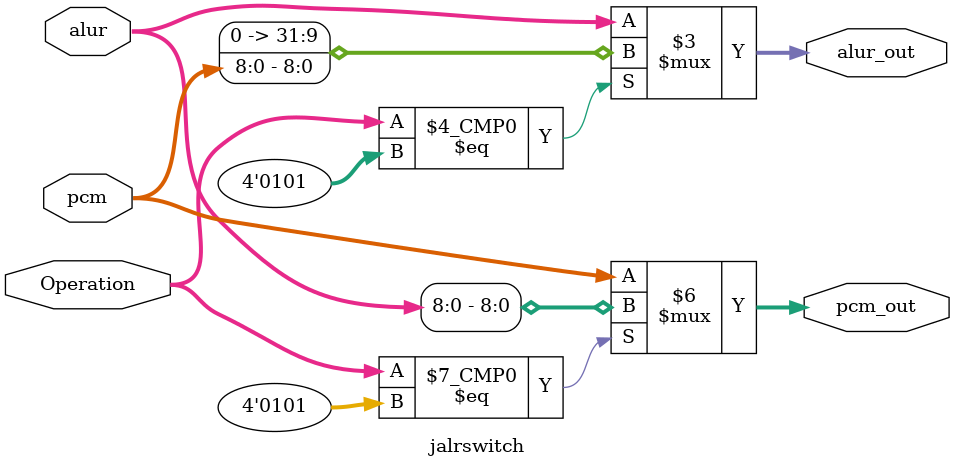
<source format=sv>

`timescale 1ns / 1ps


module jalrswitch
    (
     input logic [8:0] pcm,		
     input logic [31:0] alur,
     input logic [3:0] Operation,
     output logic [31:0] alur_out,		
     output logic [8:0] pcm_out
    );
always_comb
begin
	case(Operation)
		4'b0101:
		begin
			pcm_out = alur[8:0];
			alur_out = {23'b0, pcm};
		end
/*
		4'b0100:
		begin
			pcm_out = alur[8:0];
			alur_out = {23'b0, pcm};
		end
*/						
		default:
		begin
			pcm_out = pcm;
			alur_out = alur;
		end
	endcase
end

endmodule

</source>
